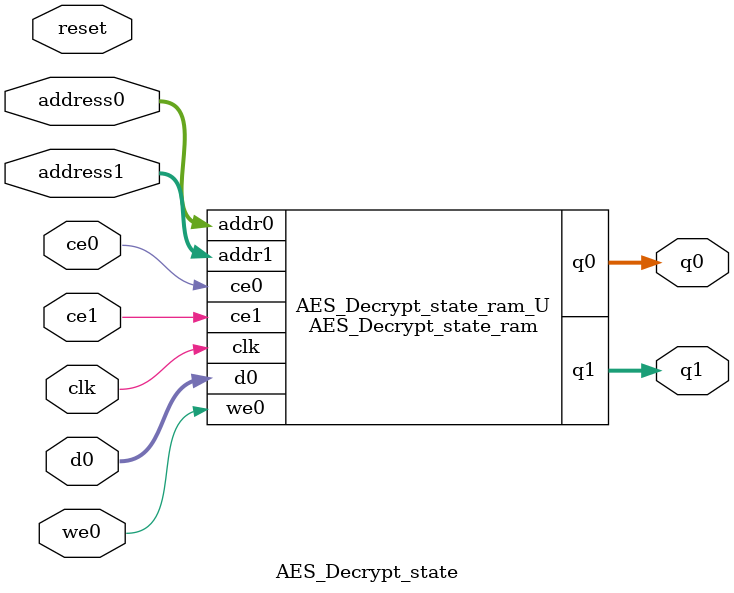
<source format=v>

`timescale 1 ns / 1 ps
module AES_Decrypt_state_ram (addr0, ce0, d0, we0, q0, addr1, ce1, q1,  clk);

parameter DWIDTH = 8;
parameter AWIDTH = 4;
parameter MEM_SIZE = 16;

input[AWIDTH-1:0] addr0;
input ce0;
input[DWIDTH-1:0] d0;
input we0;
output reg[DWIDTH-1:0] q0;
input[AWIDTH-1:0] addr1;
input ce1;
output reg[DWIDTH-1:0] q1;
input clk;

(* ram_style = "distributed" *)reg [DWIDTH-1:0] ram[0:MEM_SIZE-1];




always @(posedge clk)  
begin 
    if (ce0) 
    begin
        if (we0) 
        begin 
            ram[addr0] <= d0; 
            q0 <= d0;
        end 
        else 
            q0 <= ram[addr0];
    end
end


always @(posedge clk)  
begin 
    if (ce1) 
    begin
            q1 <= ram[addr1];
    end
end


endmodule


`timescale 1 ns / 1 ps
module AES_Decrypt_state(
    reset,
    clk,
    address0,
    ce0,
    we0,
    d0,
    q0,
    address1,
    ce1,
    q1);

parameter DataWidth = 32'd8;
parameter AddressRange = 32'd16;
parameter AddressWidth = 32'd4;
input reset;
input clk;
input[AddressWidth - 1:0] address0;
input ce0;
input we0;
input[DataWidth - 1:0] d0;
output[DataWidth - 1:0] q0;
input[AddressWidth - 1:0] address1;
input ce1;
output[DataWidth - 1:0] q1;



AES_Decrypt_state_ram AES_Decrypt_state_ram_U(
    .clk( clk ),
    .addr0( address0 ),
    .ce0( ce0 ),
    .d0( d0 ),
    .we0( we0 ),
    .q0( q0 ),
    .addr1( address1 ),
    .ce1( ce1 ),
    .q1( q1 ));

endmodule


</source>
